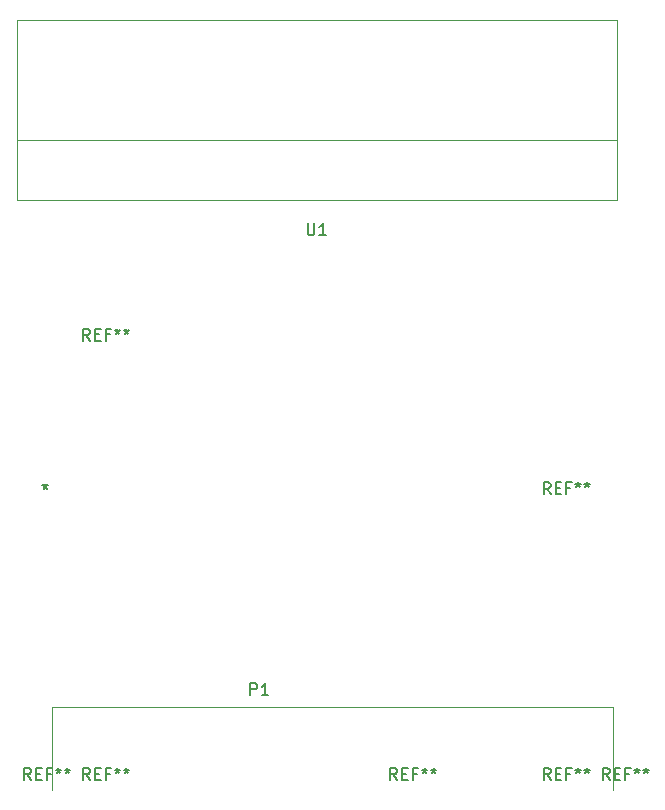
<source format=gto>
%TF.GenerationSoftware,KiCad,Pcbnew,6.0.2+dfsg-1*%
%TF.CreationDate,2023-01-12T07:59:44+09:00*%
%TF.ProjectId,Akashi-10,416b6173-6869-42d3-9130-2e6b69636164,rev?*%
%TF.SameCoordinates,Original*%
%TF.FileFunction,Legend,Top*%
%TF.FilePolarity,Positive*%
%FSLAX46Y46*%
G04 Gerber Fmt 4.6, Leading zero omitted, Abs format (unit mm)*
G04 Created by KiCad (PCBNEW 6.0.2+dfsg-1) date 2023-01-12 07:59:44*
%MOMM*%
%LPD*%
G01*
G04 APERTURE LIST*
%ADD10C,0.150000*%
%ADD11C,0.120000*%
G04 APERTURE END LIST*
D10*
X127890000Y-112052380D02*
X127890000Y-112290476D01*
X127651904Y-112195238D02*
X127890000Y-112290476D01*
X128128095Y-112195238D01*
X127747142Y-112480952D02*
X127890000Y-112290476D01*
X128032857Y-112480952D01*
%TO.C,P1*%
X145261904Y-129952380D02*
X145261904Y-128952380D01*
X145642857Y-128952380D01*
X145738095Y-129000000D01*
X145785714Y-129047619D01*
X145833333Y-129142857D01*
X145833333Y-129285714D01*
X145785714Y-129380952D01*
X145738095Y-129428571D01*
X145642857Y-129476190D01*
X145261904Y-129476190D01*
X146785714Y-129952380D02*
X146214285Y-129952380D01*
X146500000Y-129952380D02*
X146500000Y-128952380D01*
X146404761Y-129095238D01*
X146309523Y-129190476D01*
X146214285Y-129238095D01*
%TO.C,U1*%
X150098095Y-90032380D02*
X150098095Y-90841904D01*
X150145714Y-90937142D01*
X150193333Y-90984761D01*
X150288571Y-91032380D01*
X150479047Y-91032380D01*
X150574285Y-90984761D01*
X150621904Y-90937142D01*
X150669523Y-90841904D01*
X150669523Y-90032380D01*
X151669523Y-91032380D02*
X151098095Y-91032380D01*
X151383809Y-91032380D02*
X151383809Y-90032380D01*
X151288571Y-90175238D01*
X151193333Y-90270476D01*
X151098095Y-90318095D01*
%TO.C,REF\u002A\u002A*%
X170666666Y-137152380D02*
X170333333Y-136676190D01*
X170095238Y-137152380D02*
X170095238Y-136152380D01*
X170476190Y-136152380D01*
X170571428Y-136200000D01*
X170619047Y-136247619D01*
X170666666Y-136342857D01*
X170666666Y-136485714D01*
X170619047Y-136580952D01*
X170571428Y-136628571D01*
X170476190Y-136676190D01*
X170095238Y-136676190D01*
X171095238Y-136628571D02*
X171428571Y-136628571D01*
X171571428Y-137152380D02*
X171095238Y-137152380D01*
X171095238Y-136152380D01*
X171571428Y-136152380D01*
X172333333Y-136628571D02*
X172000000Y-136628571D01*
X172000000Y-137152380D02*
X172000000Y-136152380D01*
X172476190Y-136152380D01*
X173000000Y-136152380D02*
X173000000Y-136390476D01*
X172761904Y-136295238D02*
X173000000Y-136390476D01*
X173238095Y-136295238D01*
X172857142Y-136580952D02*
X173000000Y-136390476D01*
X173142857Y-136580952D01*
X173761904Y-136152380D02*
X173761904Y-136390476D01*
X173523809Y-136295238D02*
X173761904Y-136390476D01*
X174000000Y-136295238D01*
X173619047Y-136580952D02*
X173761904Y-136390476D01*
X173904761Y-136580952D01*
X157666666Y-137152380D02*
X157333333Y-136676190D01*
X157095238Y-137152380D02*
X157095238Y-136152380D01*
X157476190Y-136152380D01*
X157571428Y-136200000D01*
X157619047Y-136247619D01*
X157666666Y-136342857D01*
X157666666Y-136485714D01*
X157619047Y-136580952D01*
X157571428Y-136628571D01*
X157476190Y-136676190D01*
X157095238Y-136676190D01*
X158095238Y-136628571D02*
X158428571Y-136628571D01*
X158571428Y-137152380D02*
X158095238Y-137152380D01*
X158095238Y-136152380D01*
X158571428Y-136152380D01*
X159333333Y-136628571D02*
X159000000Y-136628571D01*
X159000000Y-137152380D02*
X159000000Y-136152380D01*
X159476190Y-136152380D01*
X160000000Y-136152380D02*
X160000000Y-136390476D01*
X159761904Y-136295238D02*
X160000000Y-136390476D01*
X160238095Y-136295238D01*
X159857142Y-136580952D02*
X160000000Y-136390476D01*
X160142857Y-136580952D01*
X160761904Y-136152380D02*
X160761904Y-136390476D01*
X160523809Y-136295238D02*
X160761904Y-136390476D01*
X161000000Y-136295238D01*
X160619047Y-136580952D02*
X160761904Y-136390476D01*
X160904761Y-136580952D01*
X170666666Y-112952380D02*
X170333333Y-112476190D01*
X170095238Y-112952380D02*
X170095238Y-111952380D01*
X170476190Y-111952380D01*
X170571428Y-112000000D01*
X170619047Y-112047619D01*
X170666666Y-112142857D01*
X170666666Y-112285714D01*
X170619047Y-112380952D01*
X170571428Y-112428571D01*
X170476190Y-112476190D01*
X170095238Y-112476190D01*
X171095238Y-112428571D02*
X171428571Y-112428571D01*
X171571428Y-112952380D02*
X171095238Y-112952380D01*
X171095238Y-111952380D01*
X171571428Y-111952380D01*
X172333333Y-112428571D02*
X172000000Y-112428571D01*
X172000000Y-112952380D02*
X172000000Y-111952380D01*
X172476190Y-111952380D01*
X173000000Y-111952380D02*
X173000000Y-112190476D01*
X172761904Y-112095238D02*
X173000000Y-112190476D01*
X173238095Y-112095238D01*
X172857142Y-112380952D02*
X173000000Y-112190476D01*
X173142857Y-112380952D01*
X173761904Y-111952380D02*
X173761904Y-112190476D01*
X173523809Y-112095238D02*
X173761904Y-112190476D01*
X174000000Y-112095238D01*
X173619047Y-112380952D02*
X173761904Y-112190476D01*
X173904761Y-112380952D01*
X131666666Y-99952380D02*
X131333333Y-99476190D01*
X131095238Y-99952380D02*
X131095238Y-98952380D01*
X131476190Y-98952380D01*
X131571428Y-99000000D01*
X131619047Y-99047619D01*
X131666666Y-99142857D01*
X131666666Y-99285714D01*
X131619047Y-99380952D01*
X131571428Y-99428571D01*
X131476190Y-99476190D01*
X131095238Y-99476190D01*
X132095238Y-99428571D02*
X132428571Y-99428571D01*
X132571428Y-99952380D02*
X132095238Y-99952380D01*
X132095238Y-98952380D01*
X132571428Y-98952380D01*
X133333333Y-99428571D02*
X133000000Y-99428571D01*
X133000000Y-99952380D02*
X133000000Y-98952380D01*
X133476190Y-98952380D01*
X134000000Y-98952380D02*
X134000000Y-99190476D01*
X133761904Y-99095238D02*
X134000000Y-99190476D01*
X134238095Y-99095238D01*
X133857142Y-99380952D02*
X134000000Y-99190476D01*
X134142857Y-99380952D01*
X134761904Y-98952380D02*
X134761904Y-99190476D01*
X134523809Y-99095238D02*
X134761904Y-99190476D01*
X135000000Y-99095238D01*
X134619047Y-99380952D02*
X134761904Y-99190476D01*
X134904761Y-99380952D01*
X126666666Y-137152380D02*
X126333333Y-136676190D01*
X126095238Y-137152380D02*
X126095238Y-136152380D01*
X126476190Y-136152380D01*
X126571428Y-136200000D01*
X126619047Y-136247619D01*
X126666666Y-136342857D01*
X126666666Y-136485714D01*
X126619047Y-136580952D01*
X126571428Y-136628571D01*
X126476190Y-136676190D01*
X126095238Y-136676190D01*
X127095238Y-136628571D02*
X127428571Y-136628571D01*
X127571428Y-137152380D02*
X127095238Y-137152380D01*
X127095238Y-136152380D01*
X127571428Y-136152380D01*
X128333333Y-136628571D02*
X128000000Y-136628571D01*
X128000000Y-137152380D02*
X128000000Y-136152380D01*
X128476190Y-136152380D01*
X129000000Y-136152380D02*
X129000000Y-136390476D01*
X128761904Y-136295238D02*
X129000000Y-136390476D01*
X129238095Y-136295238D01*
X128857142Y-136580952D02*
X129000000Y-136390476D01*
X129142857Y-136580952D01*
X129761904Y-136152380D02*
X129761904Y-136390476D01*
X129523809Y-136295238D02*
X129761904Y-136390476D01*
X130000000Y-136295238D01*
X129619047Y-136580952D02*
X129761904Y-136390476D01*
X129904761Y-136580952D01*
X175666666Y-137152380D02*
X175333333Y-136676190D01*
X175095238Y-137152380D02*
X175095238Y-136152380D01*
X175476190Y-136152380D01*
X175571428Y-136200000D01*
X175619047Y-136247619D01*
X175666666Y-136342857D01*
X175666666Y-136485714D01*
X175619047Y-136580952D01*
X175571428Y-136628571D01*
X175476190Y-136676190D01*
X175095238Y-136676190D01*
X176095238Y-136628571D02*
X176428571Y-136628571D01*
X176571428Y-137152380D02*
X176095238Y-137152380D01*
X176095238Y-136152380D01*
X176571428Y-136152380D01*
X177333333Y-136628571D02*
X177000000Y-136628571D01*
X177000000Y-137152380D02*
X177000000Y-136152380D01*
X177476190Y-136152380D01*
X178000000Y-136152380D02*
X178000000Y-136390476D01*
X177761904Y-136295238D02*
X178000000Y-136390476D01*
X178238095Y-136295238D01*
X177857142Y-136580952D02*
X178000000Y-136390476D01*
X178142857Y-136580952D01*
X178761904Y-136152380D02*
X178761904Y-136390476D01*
X178523809Y-136295238D02*
X178761904Y-136390476D01*
X179000000Y-136295238D01*
X178619047Y-136580952D02*
X178761904Y-136390476D01*
X178904761Y-136580952D01*
X131666666Y-137152380D02*
X131333333Y-136676190D01*
X131095238Y-137152380D02*
X131095238Y-136152380D01*
X131476190Y-136152380D01*
X131571428Y-136200000D01*
X131619047Y-136247619D01*
X131666666Y-136342857D01*
X131666666Y-136485714D01*
X131619047Y-136580952D01*
X131571428Y-136628571D01*
X131476190Y-136676190D01*
X131095238Y-136676190D01*
X132095238Y-136628571D02*
X132428571Y-136628571D01*
X132571428Y-137152380D02*
X132095238Y-137152380D01*
X132095238Y-136152380D01*
X132571428Y-136152380D01*
X133333333Y-136628571D02*
X133000000Y-136628571D01*
X133000000Y-137152380D02*
X133000000Y-136152380D01*
X133476190Y-136152380D01*
X134000000Y-136152380D02*
X134000000Y-136390476D01*
X133761904Y-136295238D02*
X134000000Y-136390476D01*
X134238095Y-136295238D01*
X133857142Y-136580952D02*
X134000000Y-136390476D01*
X134142857Y-136580952D01*
X134761904Y-136152380D02*
X134761904Y-136390476D01*
X134523809Y-136295238D02*
X134761904Y-136390476D01*
X135000000Y-136295238D01*
X134619047Y-136580952D02*
X134761904Y-136390476D01*
X134904761Y-136580952D01*
D11*
%TO.C,P1*%
X128500000Y-131000000D02*
X175500000Y-131000000D01*
X176000000Y-131000000D02*
X176000000Y-138000000D01*
X175500000Y-131000000D02*
X176000000Y-131000000D01*
X128500000Y-138000000D02*
X128500000Y-131000000D01*
%TO.C,U1*%
X125460000Y-72800000D02*
X176260000Y-72800000D01*
X176260000Y-88040000D02*
X125460000Y-88040000D01*
X125460000Y-82960000D02*
X176260000Y-82960000D01*
X176260000Y-82960000D02*
X176260000Y-88040000D01*
X176260000Y-72800000D02*
X176260000Y-82960000D01*
X125460000Y-82960000D02*
X125460000Y-72800000D01*
X125460000Y-88040000D02*
X125460000Y-82960000D01*
%TD*%
M02*

</source>
